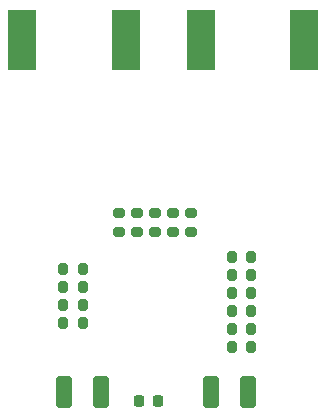
<source format=gbr>
%TF.GenerationSoftware,KiCad,Pcbnew,(6.0.1)*%
%TF.CreationDate,2023-02-14T20:32:36-07:00*%
%TF.ProjectId,SPARC,53504152-432e-46b6-9963-61645f706362,01*%
%TF.SameCoordinates,Original*%
%TF.FileFunction,Paste,Bot*%
%TF.FilePolarity,Positive*%
%FSLAX46Y46*%
G04 Gerber Fmt 4.6, Leading zero omitted, Abs format (unit mm)*
G04 Created by KiCad (PCBNEW (6.0.1)) date 2023-02-14 20:32:36*
%MOMM*%
%LPD*%
G01*
G04 APERTURE LIST*
G04 Aperture macros list*
%AMRoundRect*
0 Rectangle with rounded corners*
0 $1 Rounding radius*
0 $2 $3 $4 $5 $6 $7 $8 $9 X,Y pos of 4 corners*
0 Add a 4 corners polygon primitive as box body*
4,1,4,$2,$3,$4,$5,$6,$7,$8,$9,$2,$3,0*
0 Add four circle primitives for the rounded corners*
1,1,$1+$1,$2,$3*
1,1,$1+$1,$4,$5*
1,1,$1+$1,$6,$7*
1,1,$1+$1,$8,$9*
0 Add four rect primitives between the rounded corners*
20,1,$1+$1,$2,$3,$4,$5,0*
20,1,$1+$1,$4,$5,$6,$7,0*
20,1,$1+$1,$6,$7,$8,$9,0*
20,1,$1+$1,$8,$9,$2,$3,0*%
G04 Aperture macros list end*
%ADD10R,2.420000X5.080000*%
%ADD11RoundRect,0.250000X-0.412500X-1.100000X0.412500X-1.100000X0.412500X1.100000X-0.412500X1.100000X0*%
%ADD12RoundRect,0.250000X0.412500X1.100000X-0.412500X1.100000X-0.412500X-1.100000X0.412500X-1.100000X0*%
%ADD13RoundRect,0.200000X0.200000X0.275000X-0.200000X0.275000X-0.200000X-0.275000X0.200000X-0.275000X0*%
%ADD14RoundRect,0.200000X0.275000X-0.200000X0.275000X0.200000X-0.275000X0.200000X-0.275000X-0.200000X0*%
%ADD15RoundRect,0.225000X0.225000X0.250000X-0.225000X0.250000X-0.225000X-0.250000X0.225000X-0.250000X0*%
%ADD16RoundRect,0.200000X-0.275000X0.200000X-0.275000X-0.200000X0.275000X-0.200000X0.275000X0.200000X0*%
%ADD17RoundRect,0.200000X-0.200000X-0.275000X0.200000X-0.275000X0.200000X0.275000X-0.200000X0.275000X0*%
G04 APERTURE END LIST*
D10*
%TO.C,J2*%
X106520000Y-47370000D03*
X115280000Y-47370000D03*
%TD*%
%TO.C,J1*%
X100160000Y-47370000D03*
X91400000Y-47370000D03*
%TD*%
D11*
%TO.C,C9*%
X94919000Y-77216000D03*
X98044000Y-77216000D03*
%TD*%
D12*
%TO.C,C7*%
X110562500Y-77216000D03*
X107437500Y-77216000D03*
%TD*%
D13*
%TO.C,R31*%
X110807000Y-73406000D03*
X109157000Y-73406000D03*
%TD*%
D14*
%TO.C,R14*%
X101092000Y-63694000D03*
X101092000Y-62044000D03*
%TD*%
D13*
%TO.C,R13*%
X96520000Y-66802000D03*
X94870000Y-66802000D03*
%TD*%
D15*
%TO.C,C8*%
X102883000Y-77978000D03*
X101333000Y-77978000D03*
%TD*%
D16*
%TO.C,R23*%
X102616000Y-62044000D03*
X102616000Y-63694000D03*
%TD*%
D13*
%TO.C,R29*%
X110807000Y-70358000D03*
X109157000Y-70358000D03*
%TD*%
D16*
%TO.C,R21*%
X99568000Y-62044000D03*
X99568000Y-63694000D03*
%TD*%
D17*
%TO.C,R2*%
X94870000Y-71374000D03*
X96520000Y-71374000D03*
%TD*%
%TO.C,R11*%
X94870000Y-68326000D03*
X96520000Y-68326000D03*
%TD*%
%TO.C,R16*%
X109157000Y-65786000D03*
X110807000Y-65786000D03*
%TD*%
D16*
%TO.C,R25*%
X105664000Y-62044000D03*
X105664000Y-63694000D03*
%TD*%
D17*
%TO.C,R17*%
X109157000Y-68834000D03*
X110807000Y-68834000D03*
%TD*%
D14*
%TO.C,R15*%
X104140000Y-63694000D03*
X104140000Y-62044000D03*
%TD*%
D13*
%TO.C,R12*%
X96520000Y-69850000D03*
X94870000Y-69850000D03*
%TD*%
%TO.C,R27*%
X110807000Y-67310000D03*
X109157000Y-67310000D03*
%TD*%
D17*
%TO.C,R18*%
X109157000Y-71882000D03*
X110807000Y-71882000D03*
%TD*%
M02*

</source>
